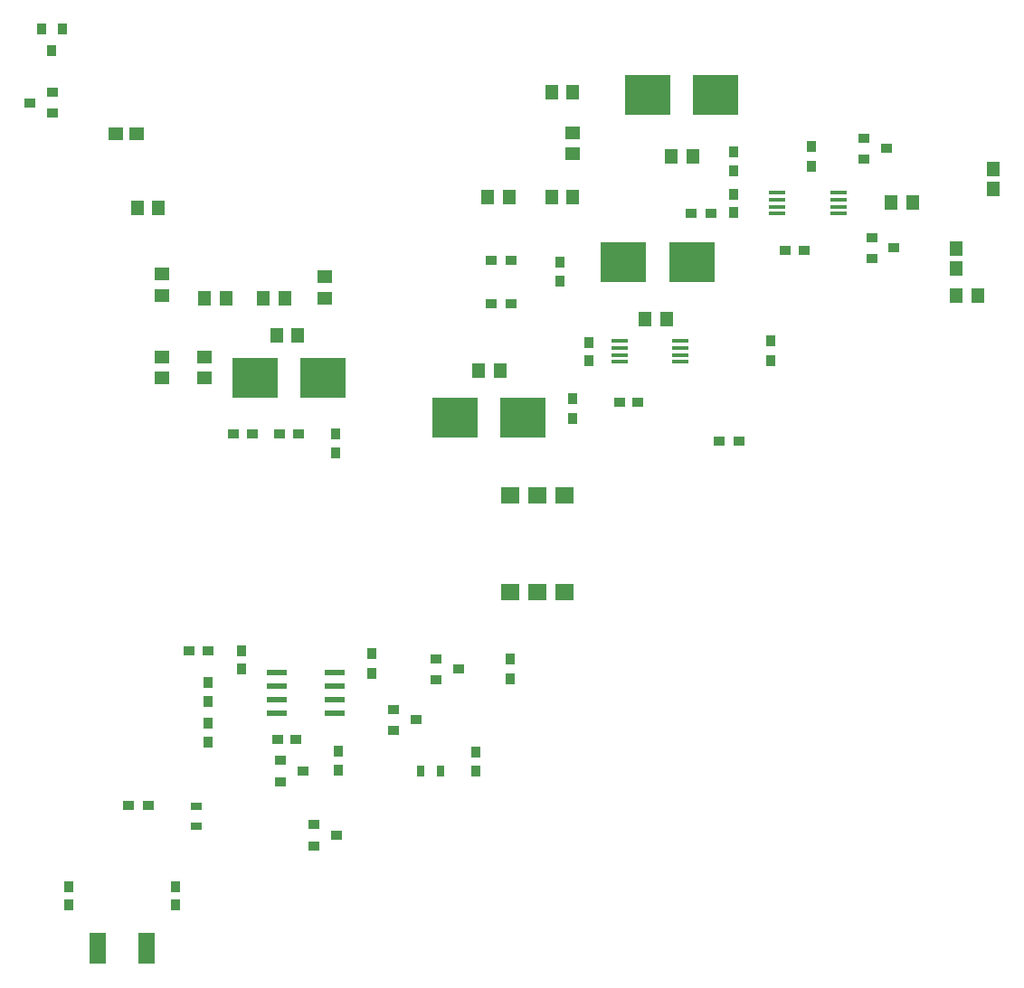
<source format=gtp>
G04 #@! TF.GenerationSoftware,KiCad,Pcbnew,(5.1.10)-1*
G04 #@! TF.CreationDate,2022-04-05T17:30:23-07:00*
G04 #@! TF.ProjectId,RacingTeam,52616369-6e67-4546-9561-6d2e6b696361,rev?*
G04 #@! TF.SameCoordinates,Original*
G04 #@! TF.FileFunction,Paste,Top*
G04 #@! TF.FilePolarity,Positive*
%FSLAX46Y46*%
G04 Gerber Fmt 4.6, Leading zero omitted, Abs format (unit mm)*
G04 Created by KiCad (PCBNEW (5.1.10)-1) date 2022-04-05 17:30:23*
%MOMM*%
%LPD*%
G01*
G04 APERTURE LIST*
%ADD10R,0.950000X1.075000*%
%ADD11R,1.000000X0.850000*%
%ADD12R,1.600000X3.000000*%
%ADD13R,0.950000X0.975000*%
%ADD14R,0.800000X1.100000*%
%ADD15R,1.100000X0.800000*%
%ADD16R,0.975000X0.950000*%
%ADD17R,1.780000X1.520000*%
%ADD18R,1.570000X0.410000*%
%ADD19R,1.200000X1.400000*%
%ADD20R,1.075000X0.950000*%
%ADD21R,1.970000X0.600000*%
%ADD22R,4.240000X3.810000*%
%ADD23R,1.300000X1.325000*%
%ADD24R,1.400000X1.200000*%
%ADD25R,1.325000X1.300000*%
%ADD26R,0.850000X1.000000*%
G04 APERTURE END LIST*
D10*
G04 #@! TO.C,C10*
X134250000Y-115862500D03*
X134250000Y-114137500D03*
G04 #@! TD*
D11*
G04 #@! TO.C,Q4*
X122750000Y-39720000D03*
X122750000Y-41680000D03*
X120650000Y-40700000D03*
G04 #@! TD*
D12*
G04 #@! TO.C,U4*
X131590000Y-119910000D03*
X127010000Y-119910000D03*
G04 #@! TD*
D13*
G04 #@! TO.C,R32*
X162400000Y-103300000D03*
X162400000Y-101475000D03*
G04 #@! TD*
D14*
G04 #@! TO.C,D8*
X159100000Y-103300000D03*
X157200000Y-103300000D03*
G04 #@! TD*
D13*
G04 #@! TO.C,R26*
X165600000Y-92800000D03*
X165600000Y-94625000D03*
G04 #@! TD*
D11*
G04 #@! TO.C,Q5*
X160800000Y-93750000D03*
X158700000Y-92770000D03*
X158700000Y-94730000D03*
G04 #@! TD*
D13*
G04 #@! TO.C,R27*
X152700000Y-94112500D03*
X152700000Y-92287500D03*
G04 #@! TD*
D11*
G04 #@! TO.C,Q8*
X147250000Y-110280000D03*
X147250000Y-108320000D03*
X149350000Y-109300000D03*
G04 #@! TD*
G04 #@! TO.C,Q7*
X144150000Y-104280000D03*
X144150000Y-102320000D03*
X146250000Y-103300000D03*
G04 #@! TD*
D13*
G04 #@! TO.C,R31*
X149500000Y-103250000D03*
X149500000Y-101425000D03*
G04 #@! TD*
D10*
G04 #@! TO.C,C9*
X124300000Y-114137500D03*
X124300000Y-115862500D03*
G04 #@! TD*
D15*
G04 #@! TO.C,D6*
X136250000Y-108500000D03*
X136250000Y-106600000D03*
G04 #@! TD*
D16*
G04 #@! TO.C,R28*
X131750000Y-106500000D03*
X129925000Y-106500000D03*
G04 #@! TD*
D11*
G04 #@! TO.C,Q6*
X156800000Y-98500000D03*
X154700000Y-97520000D03*
X154700000Y-99480000D03*
G04 #@! TD*
D17*
G04 #@! TO.C,U3*
X165660000Y-77495000D03*
X170740000Y-77495000D03*
X168200000Y-77495000D03*
X165660000Y-86505000D03*
X170740000Y-86505000D03*
X168200000Y-86505000D03*
G04 #@! TD*
D10*
G04 #@! TO.C,C3*
X172950000Y-63125000D03*
X172950000Y-64850000D03*
G04 #@! TD*
D18*
G04 #@! TO.C,U2*
X175830000Y-63025000D03*
X175830000Y-63675000D03*
X175830000Y-64325000D03*
X175830000Y-64975000D03*
X181570000Y-64975000D03*
X181570000Y-64325000D03*
X181570000Y-63675000D03*
X181570000Y-63025000D03*
G04 #@! TD*
D19*
G04 #@! TO.C,R36*
X180250000Y-61000000D03*
X178250000Y-61000000D03*
G04 #@! TD*
D13*
G04 #@! TO.C,R5*
X170250000Y-57412500D03*
X170250000Y-55587500D03*
G04 #@! TD*
D20*
G04 #@! TO.C,C8*
X137300000Y-92000000D03*
X135575000Y-92000000D03*
G04 #@! TD*
D21*
G04 #@! TO.C,U6*
X143800000Y-97905000D03*
X143800000Y-96635000D03*
X143800000Y-95365000D03*
X143800000Y-94095000D03*
X149200000Y-94095000D03*
X149200000Y-95365000D03*
X149200000Y-96635000D03*
X149200000Y-97905000D03*
G04 #@! TD*
D20*
G04 #@! TO.C,C5*
X143837500Y-100300000D03*
X145562500Y-100300000D03*
G04 #@! TD*
D10*
G04 #@! TO.C,C6*
X140500000Y-92000000D03*
X140500000Y-93725000D03*
G04 #@! TD*
D13*
G04 #@! TO.C,R30*
X137300000Y-96800000D03*
X137300000Y-94975000D03*
G04 #@! TD*
G04 #@! TO.C,R29*
X137300000Y-100600000D03*
X137300000Y-98775000D03*
G04 #@! TD*
D16*
G04 #@! TO.C,R4*
X165662500Y-55500000D03*
X163837500Y-55500000D03*
G04 #@! TD*
G04 #@! TO.C,R18*
X165700000Y-59500000D03*
X163875000Y-59500000D03*
G04 #@! TD*
D19*
G04 #@! TO.C,R34*
X164650000Y-65750000D03*
X162650000Y-65750000D03*
G04 #@! TD*
D22*
G04 #@! TO.C,F2*
X160420000Y-70200000D03*
X166800000Y-70200000D03*
G04 #@! TD*
D13*
G04 #@! TO.C,R19*
X171450000Y-68425000D03*
X171450000Y-70250000D03*
G04 #@! TD*
D20*
G04 #@! TO.C,C4*
X177562500Y-68750000D03*
X175837500Y-68750000D03*
G04 #@! TD*
D16*
G04 #@! TO.C,R24*
X185187500Y-72400000D03*
X187012500Y-72400000D03*
G04 #@! TD*
D13*
G04 #@! TO.C,R22*
X190000000Y-64850000D03*
X190000000Y-63025000D03*
G04 #@! TD*
D11*
G04 #@! TO.C,Q1*
X201550000Y-54300000D03*
X199450000Y-53320000D03*
X199450000Y-55280000D03*
G04 #@! TD*
D19*
G04 #@! TO.C,R21*
X209400000Y-58800000D03*
X207400000Y-58800000D03*
G04 #@! TD*
D23*
G04 #@! TO.C,D3*
X207400000Y-56250000D03*
X207400000Y-54325000D03*
G04 #@! TD*
D19*
G04 #@! TO.C,R23*
X201300000Y-50000000D03*
X203300000Y-50000000D03*
G04 #@! TD*
D23*
G04 #@! TO.C,D4*
X210800000Y-46875000D03*
X210800000Y-48800000D03*
G04 #@! TD*
D11*
G04 #@! TO.C,Q2*
X200850000Y-45000000D03*
X198750000Y-44020000D03*
X198750000Y-45980000D03*
G04 #@! TD*
D22*
G04 #@! TO.C,F5*
X176220000Y-55600000D03*
X182600000Y-55600000D03*
G04 #@! TD*
D20*
G04 #@! TO.C,C2*
X191387500Y-54500000D03*
X193112500Y-54500000D03*
G04 #@! TD*
D13*
G04 #@! TO.C,R20*
X193800000Y-44825000D03*
X193800000Y-46650000D03*
G04 #@! TD*
D18*
G04 #@! TO.C,U1*
X196370000Y-49125000D03*
X196370000Y-49775000D03*
X196370000Y-50425000D03*
X196370000Y-51075000D03*
X190630000Y-51075000D03*
X190630000Y-50425000D03*
X190630000Y-49775000D03*
X190630000Y-49125000D03*
G04 #@! TD*
D13*
G04 #@! TO.C,R16*
X186550000Y-45287500D03*
X186550000Y-47112500D03*
G04 #@! TD*
D10*
G04 #@! TO.C,C1*
X186500000Y-51000000D03*
X186500000Y-49275000D03*
G04 #@! TD*
D16*
G04 #@! TO.C,R17*
X182575000Y-51050000D03*
X184400000Y-51050000D03*
G04 #@! TD*
D22*
G04 #@! TO.C,F6*
X184880000Y-40000000D03*
X178500000Y-40000000D03*
G04 #@! TD*
D19*
G04 #@! TO.C,R11*
X169500000Y-39750000D03*
X171500000Y-39750000D03*
G04 #@! TD*
G04 #@! TO.C,R35*
X182700000Y-45700000D03*
X180700000Y-45700000D03*
G04 #@! TD*
D24*
G04 #@! TO.C,R10*
X171500000Y-45500000D03*
X171500000Y-43500000D03*
G04 #@! TD*
D19*
G04 #@! TO.C,R9*
X171500000Y-49500000D03*
X169500000Y-49500000D03*
G04 #@! TD*
G04 #@! TO.C,R8*
X165500000Y-49500000D03*
X163500000Y-49500000D03*
G04 #@! TD*
D24*
G04 #@! TO.C,R6*
X148250000Y-57000000D03*
X148250000Y-59000000D03*
G04 #@! TD*
D19*
G04 #@! TO.C,R12*
X142500000Y-59000000D03*
X144500000Y-59000000D03*
G04 #@! TD*
G04 #@! TO.C,R33*
X145750000Y-62500000D03*
X143750000Y-62500000D03*
G04 #@! TD*
D13*
G04 #@! TO.C,R3*
X149300000Y-73500000D03*
X149300000Y-71675000D03*
G04 #@! TD*
D16*
G04 #@! TO.C,R2*
X145825000Y-71700000D03*
X144000000Y-71700000D03*
G04 #@! TD*
G04 #@! TO.C,R1*
X139675000Y-71700000D03*
X141500000Y-71700000D03*
G04 #@! TD*
D22*
G04 #@! TO.C,F1*
X148130000Y-66500000D03*
X141750000Y-66500000D03*
G04 #@! TD*
D24*
G04 #@! TO.C,R14*
X137000000Y-64500000D03*
X137000000Y-66500000D03*
G04 #@! TD*
G04 #@! TO.C,R15*
X133000000Y-66500000D03*
X133000000Y-64500000D03*
G04 #@! TD*
D19*
G04 #@! TO.C,R13*
X137000000Y-59000000D03*
X139000000Y-59000000D03*
G04 #@! TD*
D24*
G04 #@! TO.C,R7*
X133000000Y-58750000D03*
X133000000Y-56750000D03*
G04 #@! TD*
D25*
G04 #@! TO.C,D5*
X128737500Y-43600000D03*
X130662500Y-43600000D03*
G04 #@! TD*
D19*
G04 #@! TO.C,R25*
X130700000Y-50550000D03*
X132700000Y-50550000D03*
G04 #@! TD*
D26*
G04 #@! TO.C,Q3*
X121720000Y-33750000D03*
X123680000Y-33750000D03*
X122700000Y-35850000D03*
G04 #@! TD*
M02*

</source>
